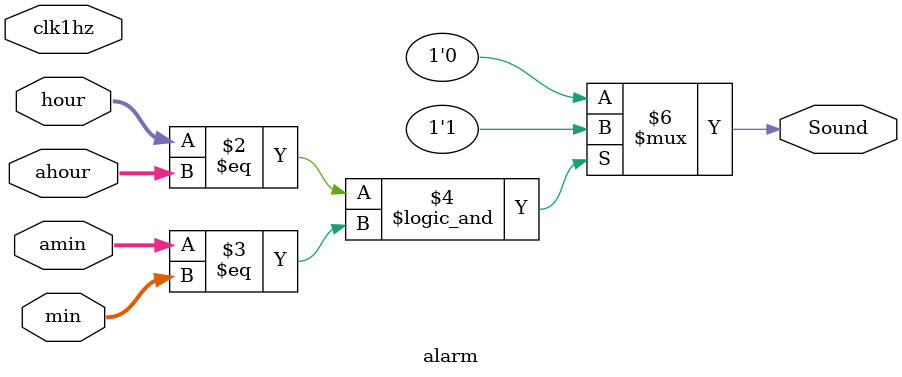
<source format=v>
`timescale 1ns / 1ps


module alarm(
    input clk1hz,
    input [7:0] hour,
    input [7:0] min,
    input [7:0] ahour,
    input [7:0] amin,
    output reg Sound
    );
always @ (clk1hz)
begin
if(hour == ahour && amin == min) begin Sound <= 1; end
else begin Sound <= 0; end
end

endmodule

</source>
